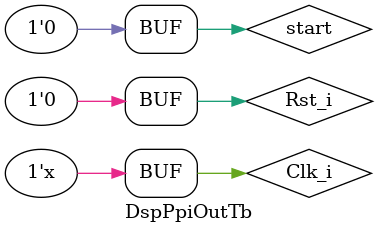
<source format=v>
module	DspPpiOutTb
();
//================================================================================
//	REG/WIRE
//================================================================================
	reg		Clk_i;
	reg		Rst_i;
	reg		start;

//================================================================================
//	ASSIGNMENTS
//================================================================================


//================================================================================
//	CODING
//================================================================================

always	#10 Clk_i	=	~Clk_i;

initial begin
	Clk_i	=	1'b1;
	Rst_i	=	1'b1;
	start	=	1'b0;
#100;
	Rst_i	=	1'b0;
#100;
	start	=	1'b1;
#20;
	start	=	1'b0;
end	

DspPpiOut	
#(	
	.ODataWidth		(16),	
	.ResultWidth	(32), 
	.ChNum			(8)
)
MeasDataPpiOut
(
	.Rst_i				(Rst_i),	
	.Clk_i				(Clk_i),	
	//adc1
	.Adc1T1ImResult_i	(32'd1),
	.Adc1T1ReResult_i	(32'd0),
	.Adc1R1ImResult_i	(32'd1),
	.Adc1R1ReResult_i	(32'd0),
	//adc2
	.Adc2T2ImResult_i	(32'd1),
	.Adc2T2ReResult_i	(32'd0),
	.Adc2R2ImResult_i	(32'd1),
	.Adc2R2ReResult_i	(32'd0),
	//sts data reg
	.ServiseRegData_i	(32'd3),
	
	.LpOutStart_i		(start),
	
	.LpOutClk_o			(),
	.LpOutFs_o			(),
	.LpOutData_o		()
);
endmodule









</source>
